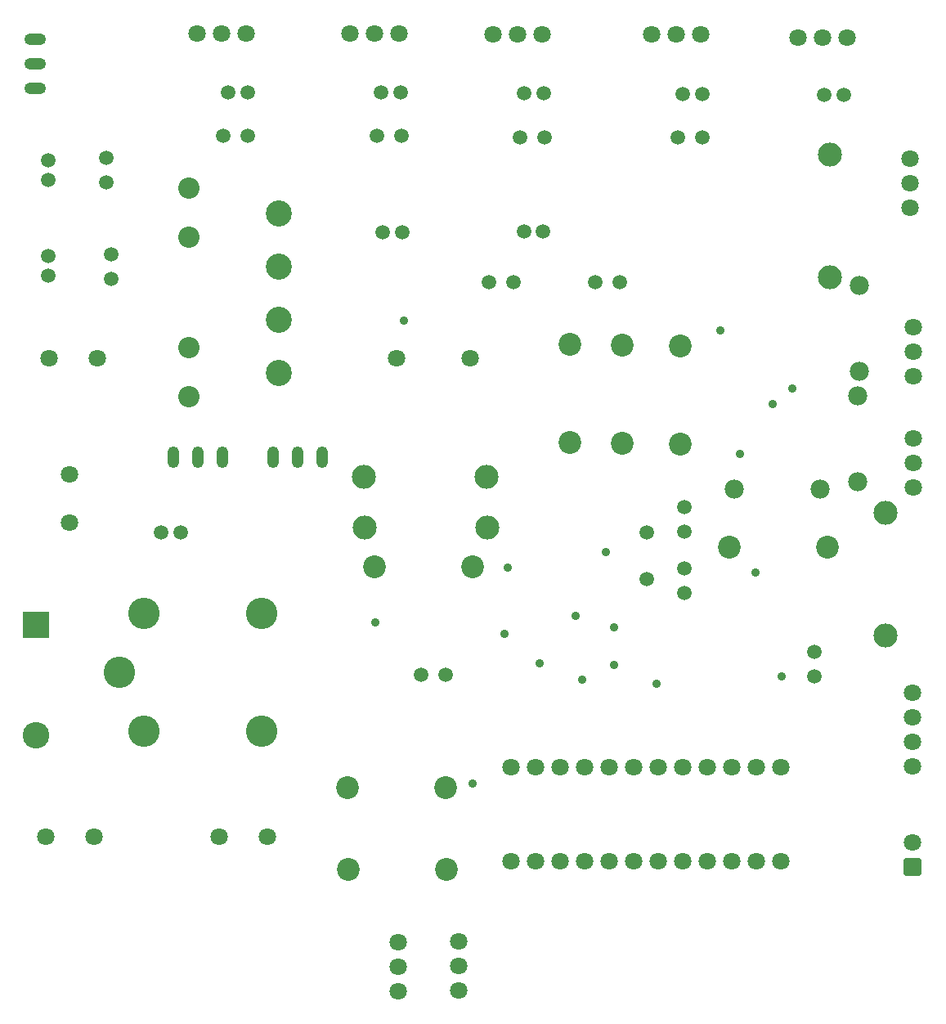
<source format=gbs>
G04*
G04 #@! TF.GenerationSoftware,Altium Limited,Altium Designer,23.7.1 (13)*
G04*
G04 Layer_Color=16711935*
%FSLAX44Y44*%
%MOMM*%
G71*
G04*
G04 #@! TF.SameCoordinates,08080B6D-4C5C-4958-99E3-925CFEBC34A3*
G04*
G04*
G04 #@! TF.FilePolarity,Negative*
G04*
G01*
G75*
%ADD34C,1.8000*%
%ADD35C,1.5032*%
%ADD36C,2.3622*%
%ADD37C,1.5000*%
%ADD38C,1.9812*%
%ADD39C,2.4892*%
%ADD40O,1.2160X2.2320*%
%ADD41C,2.7000*%
%ADD42C,2.7432*%
%ADD43R,2.7432X2.7432*%
%ADD44C,2.2032*%
G04:AMPARAMS|DCode=45|XSize=1.8mm|YSize=1.8mm|CornerRadius=0.18mm|HoleSize=0mm|Usage=FLASHONLY|Rotation=90.000|XOffset=0mm|YOffset=0mm|HoleType=Round|Shape=RoundedRectangle|*
%AMROUNDEDRECTD45*
21,1,1.8000,1.4400,0,0,90.0*
21,1,1.4400,1.8000,0,0,90.0*
1,1,0.3600,0.7200,0.7200*
1,1,0.3600,0.7200,-0.7200*
1,1,0.3600,-0.7200,-0.7200*
1,1,0.3600,-0.7200,0.7200*
%
%ADD45ROUNDEDRECTD45*%
%ADD46O,2.2320X1.2160*%
%ADD47C,1.8032*%
%ADD48C,3.2512*%
%ADD49C,0.9032*%
D34*
X1438200Y476500D02*
D03*
X1387400D02*
D03*
X1336600D02*
D03*
X1285800D02*
D03*
X1184200D02*
D03*
X1209600D02*
D03*
X1235000D02*
D03*
X1260400D02*
D03*
X1311200D02*
D03*
X1362000D02*
D03*
X1412800D02*
D03*
X1463600D02*
D03*
X1216580Y1235510D02*
D03*
X1599500Y553800D02*
D03*
X1068215Y1236510D02*
D03*
X1531850Y1232300D02*
D03*
X1597000Y1081400D02*
D03*
Y1056000D02*
D03*
X1601000Y881100D02*
D03*
Y766100D02*
D03*
X1380647Y1235010D02*
D03*
X1165780Y1235510D02*
D03*
X1597000Y1106800D02*
D03*
X1599500Y477600D02*
D03*
X1463600Y379500D02*
D03*
X1130000Y271000D02*
D03*
X1067500Y270500D02*
D03*
X1599500Y503000D02*
D03*
Y528400D02*
D03*
Y398400D02*
D03*
X1412800Y379500D02*
D03*
X1362000D02*
D03*
X1311200D02*
D03*
X1260400D02*
D03*
X1235000D02*
D03*
X1209600D02*
D03*
X1184200D02*
D03*
X1285800D02*
D03*
X1336600D02*
D03*
X1387400D02*
D03*
X1438200D02*
D03*
X1601000Y791500D02*
D03*
Y816900D02*
D03*
Y906500D02*
D03*
Y931900D02*
D03*
X752000Y405000D02*
D03*
X702000D02*
D03*
X727000Y730000D02*
D03*
Y780000D02*
D03*
X932000Y405000D02*
D03*
X882000D02*
D03*
X1130000Y296400D02*
D03*
Y245600D02*
D03*
X1067500Y245100D02*
D03*
Y295900D02*
D03*
X1506450Y1232300D02*
D03*
X1481050D02*
D03*
X909783Y1236510D02*
D03*
X884383D02*
D03*
X858983D02*
D03*
X1042815D02*
D03*
X1017415D02*
D03*
X1355247Y1235010D02*
D03*
X1329848D02*
D03*
X1191180Y1235510D02*
D03*
X1141500Y900000D02*
D03*
X1065500D02*
D03*
D35*
X1296500Y978500D02*
D03*
X1218500Y1129000D02*
D03*
X1217500Y1031500D02*
D03*
X1186500Y978500D02*
D03*
X1070800Y1130000D02*
D03*
X1382000Y1128500D02*
D03*
X1498500Y595900D02*
D03*
X1363500Y720800D02*
D03*
X1271100Y978500D02*
D03*
X1197500Y1031500D02*
D03*
X1161100Y978500D02*
D03*
X1363500Y682700D02*
D03*
Y746200D02*
D03*
Y657300D02*
D03*
X1498500Y570500D02*
D03*
X765000Y1082300D02*
D03*
Y1107700D02*
D03*
X886000Y1130000D02*
D03*
X911400D02*
D03*
X1045400D02*
D03*
X770000Y982099D02*
D03*
Y1007499D02*
D03*
X1356600Y1128500D02*
D03*
X1193100Y1129000D02*
D03*
D36*
X1299000Y913600D02*
D03*
X1359500Y912600D02*
D03*
X1245000Y914100D02*
D03*
X1042400Y684000D02*
D03*
X1410500Y704500D02*
D03*
X1117000Y370500D02*
D03*
X1512100Y704500D02*
D03*
X1015400Y370500D02*
D03*
X1359500Y811000D02*
D03*
X1245000Y812500D02*
D03*
X1299000Y812000D02*
D03*
X1144000Y684000D02*
D03*
X1014400Y455500D02*
D03*
X1116000D02*
D03*
D37*
X1218080Y1174000D02*
D03*
X1069715Y1175000D02*
D03*
X1071500Y1030500D02*
D03*
X1528500Y1173000D02*
D03*
X1382148Y1173500D02*
D03*
X1051500Y1030500D02*
D03*
X822000Y720000D02*
D03*
X842000D02*
D03*
X705000Y1105000D02*
D03*
Y1085000D02*
D03*
X911282Y1175000D02*
D03*
X891282D02*
D03*
X1049715D02*
D03*
X705000Y1005760D02*
D03*
Y985760D02*
D03*
X1362148Y1173500D02*
D03*
X1198080Y1174000D02*
D03*
X1090600Y572000D02*
D03*
X1116000D02*
D03*
X1325000Y719900D02*
D03*
Y671100D02*
D03*
X1508500Y1173000D02*
D03*
D38*
X1415600Y765000D02*
D03*
X1504500D02*
D03*
X1543500Y861400D02*
D03*
Y772500D02*
D03*
X1544500Y975500D02*
D03*
Y886600D02*
D03*
D39*
X1571500Y613000D02*
D03*
X1514500Y1110500D02*
D03*
Y983500D02*
D03*
X1031500Y777000D02*
D03*
X1158500D02*
D03*
X1159500Y725000D02*
D03*
X1032500D02*
D03*
X1571500Y740000D02*
D03*
D40*
X885400Y798000D02*
D03*
X988900Y797500D02*
D03*
X860000Y798000D02*
D03*
X834600D02*
D03*
X963500Y797500D02*
D03*
X938100D02*
D03*
D41*
X944000Y884500D02*
D03*
Y939500D02*
D03*
Y994500D02*
D03*
Y1049500D02*
D03*
D42*
X692000Y510000D02*
D03*
D43*
Y624300D02*
D03*
D44*
X850250Y1076100D02*
D03*
Y860200D02*
D03*
Y911000D02*
D03*
Y1025300D02*
D03*
D45*
X1599500Y373000D02*
D03*
D46*
X691430Y1230470D02*
D03*
Y1205070D02*
D03*
Y1179670D02*
D03*
D47*
X705500Y900000D02*
D03*
X755500D02*
D03*
D48*
X803740Y514040D02*
D03*
X925660Y635960D02*
D03*
X778340Y575000D02*
D03*
X925660Y514040D02*
D03*
X803740Y635960D02*
D03*
D49*
X1180500Y683000D02*
D03*
X1043500Y626500D02*
D03*
X1455000Y853000D02*
D03*
X1282000Y699500D02*
D03*
X1290500Y621291D02*
D03*
Y582500D02*
D03*
X1214000Y584500D02*
D03*
X1464500Y570500D02*
D03*
X1421384Y801116D02*
D03*
X1072896Y938784D02*
D03*
X1437500Y678270D02*
D03*
X1475000Y869105D02*
D03*
X1400450Y928878D02*
D03*
X1251204Y633730D02*
D03*
X1144500Y459541D02*
D03*
X1335000Y563000D02*
D03*
X1258000Y567000D02*
D03*
X1177250Y615000D02*
D03*
M02*

</source>
